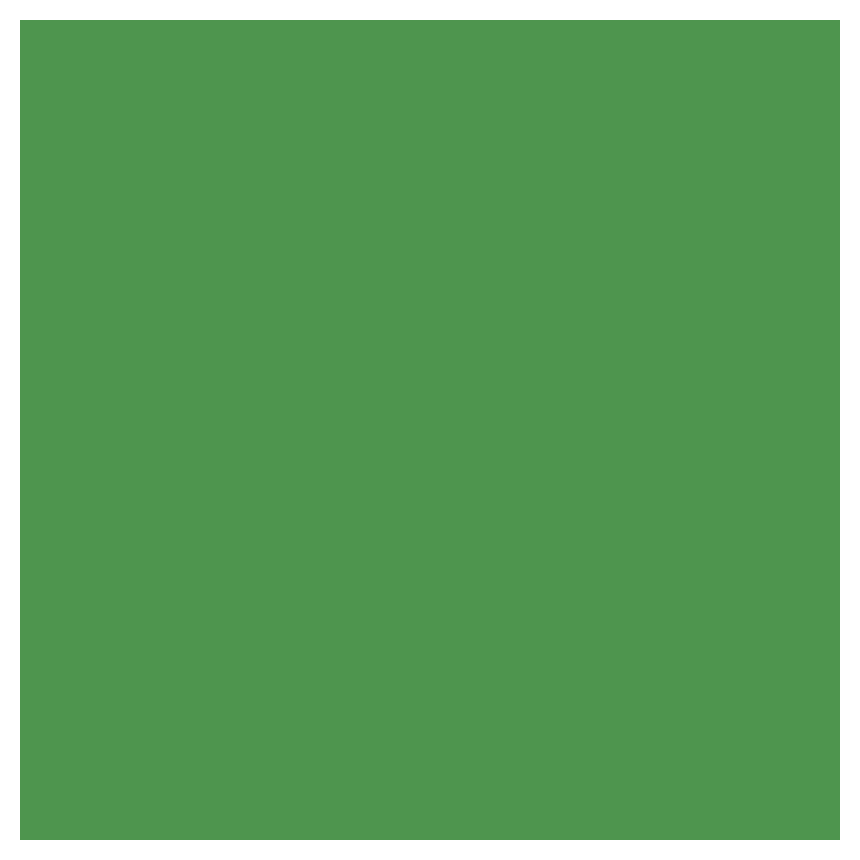
<source format=gbl>
G04*
G04 #@! TF.GenerationSoftware,Altium Limited,Altium Designer,23.2.1 (34)*
G04*
G04 Layer_Physical_Order=2*
G04 Layer_Color=16711680*
%FSLAX25Y25*%
%MOIN*%
G70*
G04*
G04 #@! TF.SameCoordinates,EA82DE16-3429-4144-A5AD-2FDE9807C310*
G04*
G04*
G04 #@! TF.FilePolarity,Positive*
G04*
G01*
G75*
%ADD15R,0.09500X0.23000*%
G36*
X274386Y1204D02*
X1204D01*
Y274386D01*
X274386D01*
Y1204D01*
D02*
G37*
D15*
X155045Y261811D02*
D03*
X120545D02*
D03*
M02*

</source>
